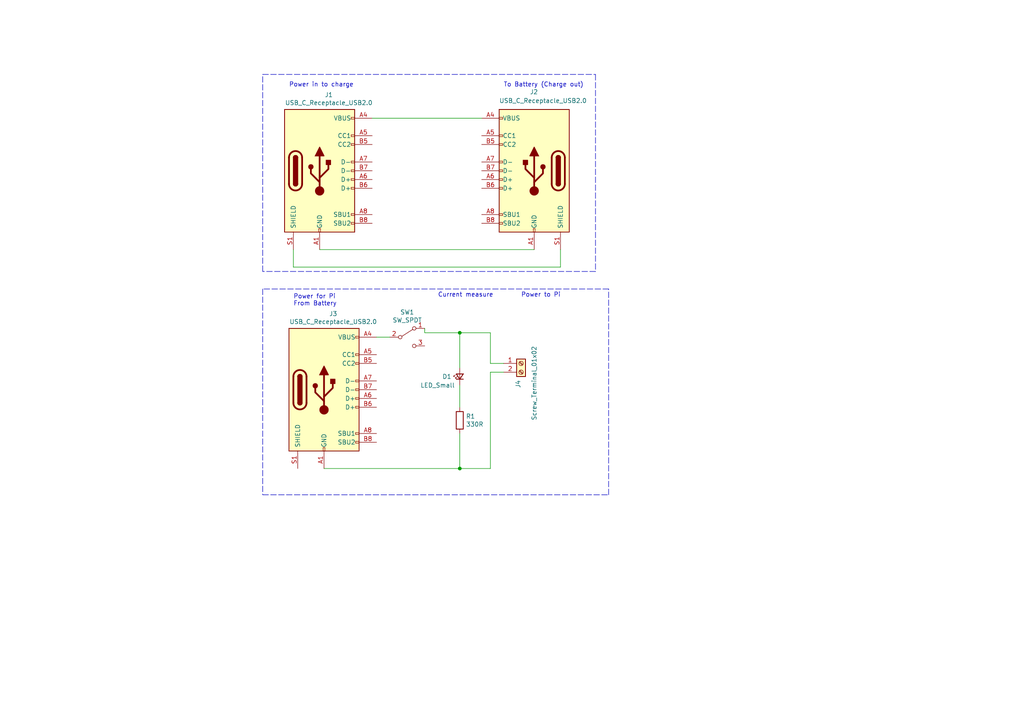
<source format=kicad_sch>
(kicad_sch (version 20211123) (generator eeschema)
  (paper "A4")
  (lib_symbols
    (symbol "Connector:Screw_Terminal_01x02" (pin_names (offset 1.016) hide)
      (property "Reference" "J" (at 0 2.54 0))
      (property "Value" "Screw_Terminal_01x02" (at 0 -5.08 0))
      (symbol "Screw_Terminal_01x02_1_1"
        (rectangle (start -1.27 1.27) (end 1.27 -3.81) (stroke (width 0.254)) (fill (type background)))
        (circle (center 0 -2.54) (radius 0.635) (stroke (width 0.1524)))
        (polyline (pts (xy -0.5334 -2.2098) (xy 0.3302 -3.048)) (stroke (width 0.1524)))
        (polyline (pts (xy -0.5334 0.3302) (xy 0.3302 -0.508)) (stroke (width 0.1524)))
        (polyline (pts (xy -0.3556 -2.032) (xy 0.508 -2.8702)) (stroke (width 0.1524)))
        (polyline (pts (xy -0.3556 0.508) (xy 0.508 -0.3302)) (stroke (width 0.1524)))
        (circle (center 0 0) (radius 0.635) (stroke (width 0.1524)))
        (pin passive line (at -5.08 0 0) (length 3.81) (name "Pin_1") (number "1"))
        (pin passive line (at -5.08 -2.54 0) (length 3.81) (name "Pin_2") (number "2"))
      )
    )
    (symbol "Device:LED_Small" (pin_numbers hide) (pin_names (offset 0.254) hide)
      (property "Reference" "D" (at -1.27 3.175 0))
      (property "Value" "LED_Small" (at -4.445 -2.54 0))
      (symbol "LED_Small_0_1"
        (polyline (pts (xy -0.762 -1.016) (xy -0.762 1.016)) (stroke (width 0.254)))
        (polyline (pts (xy 1.016 0) (xy -0.762 0)))
        (polyline (pts (xy 0.762 -1.016) (xy -0.762 0) (xy 0.762 1.016) (xy 0.762 -1.016)) (stroke (width 0.254)))
        (polyline (pts (xy 0 0.762) (xy -0.508 1.27) (xy -0.254 1.27) (xy -0.508 1.27) (xy -0.508 1.016)))
        (polyline (pts (xy 0.508 1.27) (xy 0 1.778) (xy 0.254 1.778) (xy 0 1.778) (xy 0 1.524)))
      )
      (symbol "LED_Small_1_1"
        (pin passive line (at -2.54 0 0) (length 1.778) (name "K") (number "1"))
        (pin passive line (at 2.54 0 180) (length 1.778) (name "A") (number "2"))
      )
    )
    (symbol "Device:R" (pin_numbers hide) (pin_names (offset 0))
      (property "Reference" "R" (at 2.032 0 90))
      (property "Value" "R" (at 0 0 90))
      (symbol "R_0_1"
        (rectangle (start -1.016 -2.54) (end 1.016 2.54) (stroke (width 0.254)))
      )
      (symbol "R_1_1"
        (pin passive line (at 0 3.81 270) (length 1.27) (name "~") (number "1"))
        (pin passive line (at 0 -3.81 90) (length 1.27) (name "~") (number "2"))
      )
    )
    (symbol "Switch:SW_SPDT" (pin_names (offset 0) hide)
      (property "Reference" "SW" (at 0 4.318 0))
      (property "Value" "SW_SPDT" (at 0 -5.08 0))
      (symbol "SW_SPDT_0_0"
        (circle (center -2.032 0) (radius 0.508))
        (circle (center 2.032 -2.54) (radius 0.508))
      )
      (symbol "SW_SPDT_0_1"
        (polyline (pts (xy -1.524 0.254) (xy 1.651 2.286)))
        (circle (center 2.032 2.54) (radius 0.508))
      )
      (symbol "SW_SPDT_1_1"
        (pin passive line (at 5.08 2.54 180) (length 2.54) (name "A") (number "1"))
        (pin passive line (at -5.08 0 0) (length 2.54) (name "B") (number "2"))
        (pin passive line (at 5.08 -2.54 180) (length 2.54) (name "C") (number "3"))
      )
    )
    (symbol "electronics-rescue:USB_C_Receptacle_USB2.0-Connector" (pin_names (offset 1.016))
      (property "Reference" "J" (at -10.16 19.05 0))
      (property "Value" "USB_C_Receptacle_USB2.0-Connector" (at 19.05 19.05 0))
      (symbol "USB_C_Receptacle_USB2.0-Connector_0_0"
        (rectangle (start -0.254 -17.78) (end 0.254 -16.764))
        (rectangle (start 10.16 -14.986) (end 9.144 -15.494))
        (rectangle (start 10.16 -12.446) (end 9.144 -12.954))
        (rectangle (start 10.16 -4.826) (end 9.144 -5.334))
        (rectangle (start 10.16 -2.286) (end 9.144 -2.794))
        (rectangle (start 10.16 0.254) (end 9.144 -0.254))
        (rectangle (start 10.16 2.794) (end 9.144 2.286))
        (rectangle (start 10.16 7.874) (end 9.144 7.366))
        (rectangle (start 10.16 10.414) (end 9.144 9.906))
        (rectangle (start 10.16 15.494) (end 9.144 14.986))
      )
      (symbol "USB_C_Receptacle_USB2.0-Connector_0_1"
        (rectangle (start -10.16 17.78) (end 10.16 -17.78) (stroke (width 0.254)) (fill (type background)))
        (arc (start -8.89 -3.81) (mid -6.985 -5.715) (end -5.08 -3.81) (stroke (width 0.508)))
        (arc (start -7.62 -3.81) (mid -6.985 -4.445) (end -6.35 -3.81) (stroke (width 0.254)))
        (arc (start -7.62 -3.81) (mid -6.985 -4.445) (end -6.35 -3.81) (stroke (width 0.254)) (fill (type outline)))
        (rectangle (start -7.62 -3.81) (end -6.35 3.81) (stroke (width 0.254)) (fill (type outline)))
        (arc (start -6.35 3.81) (mid -6.985 4.445) (end -7.62 3.81) (stroke (width 0.254)))
        (arc (start -6.35 3.81) (mid -6.985 4.445) (end -7.62 3.81) (stroke (width 0.254)) (fill (type outline)))
        (arc (start -5.08 3.81) (mid -6.985 5.715) (end -8.89 3.81) (stroke (width 0.508)))
        (circle (center -2.54 1.143) (radius 0.635) (stroke (width 0.254)) (fill (type outline)))
        (circle (center 0 -5.842) (radius 1.27) (fill (type outline)))
        (polyline (pts (xy -8.89 -3.81) (xy -8.89 3.81)) (stroke (width 0.508)))
        (polyline (pts (xy -5.08 3.81) (xy -5.08 -3.81)) (stroke (width 0.508)))
        (polyline (pts (xy 0 -5.842) (xy 0 4.318)) (stroke (width 0.508)))
        (polyline (pts (xy 0 -3.302) (xy -2.54 -0.762) (xy -2.54 0.508)) (stroke (width 0.508)))
        (polyline (pts (xy 0 -2.032) (xy 2.54 0.508) (xy 2.54 1.778)) (stroke (width 0.508)))
        (polyline (pts (xy -1.27 4.318) (xy 0 6.858) (xy 1.27 4.318) (xy -1.27 4.318)) (stroke (width 0.254)) (fill (type outline)))
        (rectangle (start 1.905 1.778) (end 3.175 3.048) (stroke (width 0.254)) (fill (type outline)))
      )
      (symbol "USB_C_Receptacle_USB2.0-Connector_1_1"
        (pin power_in line (at 0 -22.86 90) (length 5.08) (name "GND") (number "A1"))
        (pin passive line (at 0 -22.86 90) (length 5.08) hide (name "GND") (number "A12"))
        (pin power_in line (at 15.24 15.24 180) (length 5.08) (name "VBUS") (number "A4"))
        (pin bidirectional line (at 15.24 10.16 180) (length 5.08) (name "CC1") (number "A5"))
        (pin bidirectional line (at 15.24 -2.54 180) (length 5.08) (name "D+") (number "A6"))
        (pin bidirectional line (at 15.24 2.54 180) (length 5.08) (name "D-") (number "A7"))
        (pin bidirectional line (at 15.24 -12.7 180) (length 5.08) (name "SBU1") (number "A8"))
        (pin passive line (at 15.24 15.24 180) (length 5.08) hide (name "VBUS") (number "A9"))
        (pin passive line (at 0 -22.86 90) (length 5.08) hide (name "GND") (number "B1"))
        (pin passive line (at 0 -22.86 90) (length 5.08) hide (name "GND") (number "B12"))
        (pin passive line (at 15.24 15.24 180) (length 5.08) hide (name "VBUS") (number "B4"))
        (pin bidirectional line (at 15.24 7.62 180) (length 5.08) (name "CC2") (number "B5"))
        (pin bidirectional line (at 15.24 -5.08 180) (length 5.08) (name "D+") (number "B6"))
        (pin bidirectional line (at 15.24 0 180) (length 5.08) (name "D-") (number "B7"))
        (pin bidirectional line (at 15.24 -15.24 180) (length 5.08) (name "SBU2") (number "B8"))
        (pin passive line (at 15.24 15.24 180) (length 5.08) hide (name "VBUS") (number "B9"))
        (pin passive line (at -7.62 -22.86 90) (length 5.08) (name "SHIELD") (number "S1"))
      )
    )
  )
  (junction (at 133.35 96.52))
  (junction (at 133.35 135.89))
  (wire (pts (xy 142.24 96.52) (xy 142.24 105.41)))
  (wire (pts (xy 93.98 135.89) (xy 133.35 135.89)))
  (wire (pts (xy 142.24 105.41) (xy 146.05 105.41)))
  (wire (pts (xy 123.19 96.52) (xy 133.35 96.52)))
  (polyline (pts (xy 76.2 83.82) (xy 76.2 143.51)))
  (polyline (pts (xy 76.2 78.74) (xy 76.2 21.59)))
  (wire (pts (xy 123.19 96.52) (xy 123.19 95.25)))
  (polyline (pts (xy 172.72 21.59) (xy 172.72 78.74)))
  (wire (pts (xy 142.24 135.89) (xy 142.24 107.95)))
  (wire (pts (xy 85.09 72.39) (xy 85.09 77.47)))
  (polyline (pts (xy 76.2 143.51) (xy 176.53 143.51)))
  (polyline (pts (xy 176.53 83.82) (xy 76.2 83.82)))
  (polyline (pts (xy 172.72 78.74) (xy 76.2 78.74)))
  (wire (pts (xy 133.35 125.73) (xy 133.35 135.89)))
  (wire (pts (xy 92.71 72.39) (xy 154.94 72.39)))
  (wire (pts (xy 107.95 34.29) (xy 139.7 34.29)))
  (wire (pts (xy 85.09 77.47) (xy 162.56 77.47)))
  (wire (pts (xy 133.35 111.76) (xy 133.35 118.11)))
  (wire (pts (xy 133.35 135.89) (xy 142.24 135.89)))
  (wire (pts (xy 162.56 77.47) (xy 162.56 72.39)))
  (polyline (pts (xy 76.2 21.59) (xy 172.72 21.59)))
  (polyline (pts (xy 176.53 143.51) (xy 176.53 83.82)))
  (wire (pts (xy 133.35 96.52) (xy 142.24 96.52)))
  (wire (pts (xy 142.24 107.95) (xy 146.05 107.95)))
  (wire (pts (xy 109.22 97.79) (xy 113.03 97.79)))
  (wire (pts (xy 133.35 96.52) (xy 133.35 106.68)))
  (text "To Battery (Charge out)" (at 146.05 25.4 0) (effects (font (size 1.27 1.27)) (justify left bottom)))
  (text "Power for Pi \nFrom Battery" (at 85.09 88.9 0) (effects (font (size 1.27 1.27)) (justify left bottom)))
  (text "Power in to charge" (at 83.82 25.4 0) (effects (font (size 1.27 1.27)) (justify left bottom)))
  (text "Current measure" (at 127 86.36 0) (effects (font (size 1.27 1.27)) (justify left bottom)))
  (text "Power to Pi" (at 151.13 86.36 0) (effects (font (size 1.27 1.27)) (justify left bottom)))
  (symbol (lib_id "electronics-rescue:USB_C_Receptacle_USB2.0-Connector") (at 93.98 113.03 0) (unit 1)
    (property "Reference" "J3" (at 96.647 91.0082 0))
    (property "Value" "USB_C_Receptacle_USB2.0" (at 96.647 93.3196 0))
    (property "Footprint" "Connector_USB:USB_C_Receptacle_Amphenol_12401548E4-2A" (effects hide))
    (property "Datasheet" "https://www.usb.org/sites/default/files/documents/usb_type-c.zip" (effects hide))
  )
  (symbol (lib_id "electronics-rescue:USB_C_Receptacle_USB2.0-Connector") (at 92.71 49.53 0) (unit 1)
    (property "Reference" "J1" (at 95.377 27.5082 0))
    (property "Value" "USB_C_Receptacle_USB2.0" (at 95.377 29.8196 0))
    (property "Footprint" "Connector_USB:USB_C_Receptacle_Amphenol_12401548E4-2A" (effects hide))
    (property "Datasheet" "https://www.usb.org/sites/default/files/documents/usb_type-c.zip" (effects hide))
  )
  (symbol (lib_id "electronics-rescue:USB_C_Receptacle_USB2.0-Connector") (at 154.94 49.53 0) (mirror y) (unit 1)
    (property "Reference" "J2" (at 153.67 26.67 0) (effects (justify right)))
    (property "Value" "USB_C_Receptacle_USB2.0" (at 144.78 29.21 0) (effects (justify right)))
    (property "Footprint" "Connector_USB:USB_C_Receptacle_Amphenol_12401548E4-2A" (effects hide))
    (property "Datasheet" "https://www.usb.org/sites/default/files/documents/usb_type-c.zip" (effects hide))
  )
  (symbol (lib_id "Switch:SW_SPDT") (at 118.11 97.79 0) (unit 1)
    (property "Reference" "SW1" (at 118.11 90.551 0))
    (property "Value" "SW_SPDT" (at 118.11 92.8624 0))
    (property "Footprint" "Button_Switch_THT:SW_CuK_OS102011MA1QN1_SPDT_Angled" (effects hide))
  )
  (symbol (lib_id "Device:LED_Small") (at 133.35 109.22 90) (unit 1)
    (property "Reference" "D1" (at 128.27 109.22 90) (effects (justify right)))
    (property "Value" "LED_Small" (at 121.92 111.76 90) (effects (justify right)))
    (property "Footprint" "LED_SMD:LED_0603_1608Metric" (effects hide))
  )
  (symbol (lib_id "Device:R") (at 133.35 121.92 0) (unit 1)
    (property "Reference" "R1" (at 135.128 120.7516 0) (effects (justify left)))
    (property "Value" "330R" (at 135.128 123.063 0) (effects (justify left)))
    (property "Footprint" "Resistor_SMD:R_0603_1608Metric_Pad1.05x0.95mm_HandSolder" (effects hide))
  )
  (symbol (lib_id "Connector:Screw_Terminal_01x02") (at 151.13 105.41 0) (unit 1)
    (property "Reference" "J4" (at 150.2664 110.1852 90) (effects (justify right)))
    (property "Value" "Screw_Terminal_01x02" (at 154.94 100.33 90) (effects (justify right)))
    (property "Footprint" "TerminalBlock_4Ucon:TerminalBlock_4Ucon_1x02_P3.50mm_Horizontal" (effects hide))
  )
)
</source>
